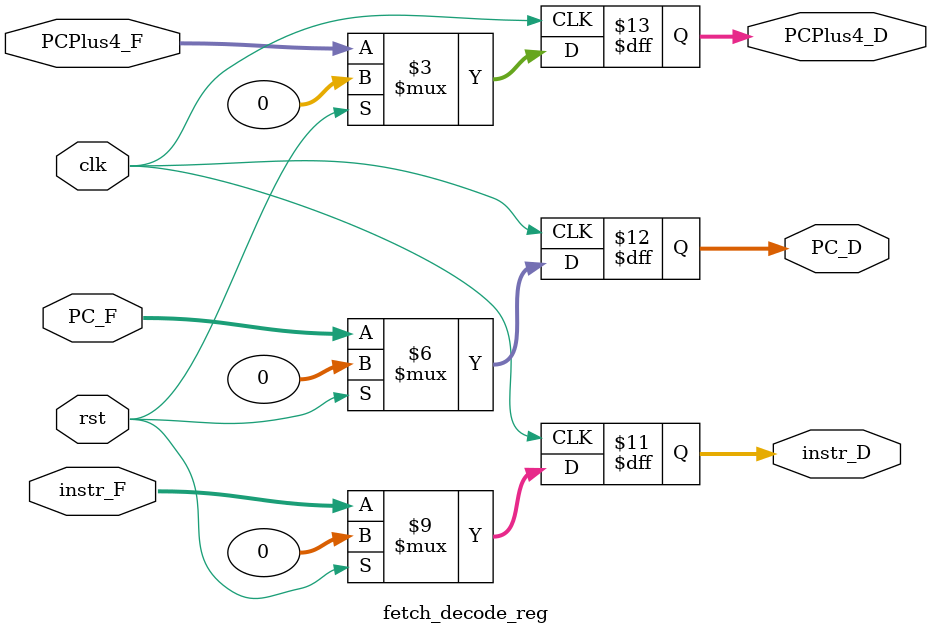
<source format=sv>
module fetch_decode_reg #(
    parameter WIDTH = 32
) (
    input logic clk, rst,
    input logic [WIDTH-1:0] instr_F, PC_F, PCPlus4_F,
    output logic [WIDTH-1:0] instr_D, PC_D, PCPlus4_D
);

always_ff @(posedge clk) begin
    if (rst) begin
        instr_D <= 0;
        PC_D <= 0;
        PCPlus4_D <= 0;
    end else begin
        instr_D <= instr_F;
        PC_D <= PC_F;
        PCPlus4_D <= PCPlus4_F;
    end
end

endmodule

</source>
